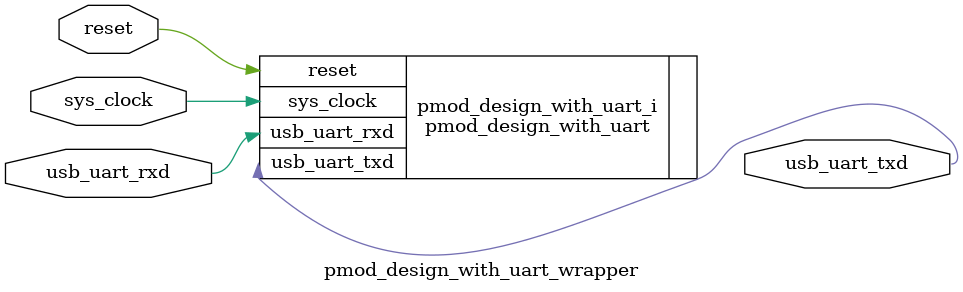
<source format=v>
`timescale 1 ps / 1 ps

module pmod_design_with_uart_wrapper
   (reset,
    sys_clock,
    usb_uart_rxd,
    usb_uart_txd);
  input reset;
  input sys_clock;
  input usb_uart_rxd;
  output usb_uart_txd;

  wire reset;
  wire sys_clock;
  wire usb_uart_rxd;
  wire usb_uart_txd;

  pmod_design_with_uart pmod_design_with_uart_i
       (.reset(reset),
        .sys_clock(sys_clock),
        .usb_uart_rxd(usb_uart_rxd),
        .usb_uart_txd(usb_uart_txd));
endmodule

</source>
